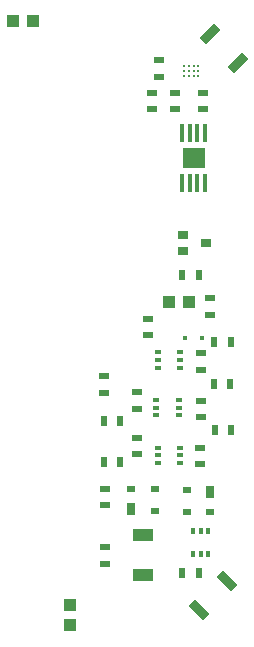
<source format=gtp>
%FSLAX25Y25*%
%MOIN*%
G70*
G01*
G75*
G04 Layer_Color=8421504*
%ADD10C,0.00866*%
%ADD11R,0.07087X0.03937*%
G04:AMPARAMS|DCode=12|XSize=31.5mil|YSize=66.93mil|CornerRadius=0mil|HoleSize=0mil|Usage=FLASHONLY|Rotation=45.000|XOffset=0mil|YOffset=0mil|HoleType=Round|Shape=Rectangle|*
%AMROTATEDRECTD12*
4,1,4,0.01253,-0.03480,-0.03480,0.01253,-0.01253,0.03480,0.03480,-0.01253,0.01253,-0.03480,0.0*
%
%ADD12ROTATEDRECTD12*%

%ADD13R,0.01654X0.02362*%
%ADD14R,0.03543X0.02756*%
%ADD15R,0.02756X0.02362*%
%ADD16R,0.02756X0.03937*%
%ADD17R,0.07402X0.06614*%
%ADD18O,0.01575X0.06299*%
%ADD19R,0.04331X0.03937*%
%ADD20R,0.01575X0.01575*%
%ADD21R,0.02362X0.01654*%
G04:AMPARAMS|DCode=22|XSize=31.5mil|YSize=66.93mil|CornerRadius=0mil|HoleSize=0mil|Usage=FLASHONLY|Rotation=135.000|XOffset=0mil|YOffset=0mil|HoleType=Round|Shape=Rectangle|*
%AMROTATEDRECTD22*
4,1,4,0.03480,0.01253,-0.01253,-0.03480,-0.03480,-0.01253,0.01253,0.03480,0.03480,0.01253,0.0*
%
%ADD22ROTATEDRECTD22*%

%ADD23R,0.03543X0.02362*%
%ADD24R,0.02362X0.03543*%
%ADD25R,0.03937X0.04331*%
%ADD26C,0.02000*%
%ADD27C,0.01200*%
%ADD28C,0.01000*%
%ADD29C,0.02500*%
%ADD30C,0.05000*%
%ADD31C,0.00800*%
%ADD32C,0.03000*%
%ADD33C,0.01500*%
%ADD34C,0.04200*%
%ADD35C,0.06000*%
%ADD36C,0.07874*%
%ADD37C,0.03937*%
%ADD38R,0.03937X0.03937*%
%ADD39C,0.02600*%
%ADD40C,0.03000*%
%ADD41C,0.02400*%
%ADD42C,0.03400*%
%ADD43C,0.05000*%
%ADD44C,0.04000*%
%ADD45C,0.04900*%
G04:AMPARAMS|DCode=46|XSize=65mil|YSize=65mil|CornerRadius=0mil|HoleSize=0mil|Usage=FLASHONLY|Rotation=0.000|XOffset=0mil|YOffset=0mil|HoleType=Round|Shape=Relief|Width=8mil|Gap=10mil|Entries=4|*
%AMTHD46*
7,0,0,0.06500,0.04500,0.00800,45*
%
%ADD46THD46*%
%ADD47C,0.06400*%
%ADD48C,0.08306*%
%ADD49C,0.04762*%
G04:AMPARAMS|DCode=50|XSize=63.622mil|YSize=63.622mil|CornerRadius=0mil|HoleSize=0mil|Usage=FLASHONLY|Rotation=0.000|XOffset=0mil|YOffset=0mil|HoleType=Round|Shape=Relief|Width=8mil|Gap=10mil|Entries=4|*
%AMTHD50*
7,0,0,0.06362,0.04362,0.00800,45*
%
%ADD50THD50*%
G04:AMPARAMS|DCode=51|XSize=80mil|YSize=80mil|CornerRadius=0mil|HoleSize=0mil|Usage=FLASHONLY|Rotation=0.000|XOffset=0mil|YOffset=0mil|HoleType=Round|Shape=Relief|Width=8mil|Gap=10mil|Entries=4|*
%AMTHD51*
7,0,0,0.08000,0.06000,0.00800,45*
%
%ADD51THD51*%
G04:AMPARAMS|DCode=52|XSize=50mil|YSize=50mil|CornerRadius=0mil|HoleSize=0mil|Usage=FLASHONLY|Rotation=0.000|XOffset=0mil|YOffset=0mil|HoleType=Round|Shape=Relief|Width=8mil|Gap=10mil|Entries=4|*
%AMTHD52*
7,0,0,0.05000,0.03000,0.00800,45*
%
%ADD52THD52*%
%ADD53C,0.04000*%
G04:AMPARAMS|DCode=54|XSize=56mil|YSize=56mil|CornerRadius=0mil|HoleSize=0mil|Usage=FLASHONLY|Rotation=0.000|XOffset=0mil|YOffset=0mil|HoleType=Round|Shape=Relief|Width=8mil|Gap=10mil|Entries=4|*
%AMTHD54*
7,0,0,0.05600,0.03600,0.00800,45*
%
%ADD54THD54*%
%ADD55C,0.03200*%
%ADD56C,0.04400*%
%ADD57C,0.05200*%
%ADD58R,0.03543X0.04724*%
%ADD59R,0.07087X0.03937*%
%ADD60R,0.01102X0.01969*%
%ADD61R,0.02362X0.05512*%
%ADD62R,0.02165X0.01181*%
%ADD63R,0.01969X0.03386*%
%ADD64R,0.02559X0.02559*%
%ADD65R,0.01882X0.01181*%
%ADD66R,0.01575X0.03622*%
%ADD67R,0.05118X0.00984*%
%ADD68O,0.05118X0.00984*%
%ADD69R,0.08661X0.07087*%
%ADD70R,0.09843X0.13780*%
%ADD71R,0.01181X0.03150*%
%ADD72R,0.03642X0.01181*%
%ADD73R,0.03422X0.01181*%
%ADD74C,0.00787*%
%ADD75R,0.20276X0.20276*%
%ADD76O,0.03347X0.01102*%
%ADD77O,0.01102X0.03347*%
%ADD78R,0.01102X0.03347*%
%ADD79R,0.03543X0.06299*%
%ADD80R,0.01969X0.02362*%
%ADD81R,0.02756X0.03543*%
%ADD82R,0.02362X0.01969*%
%ADD83R,0.01969X0.01102*%
%ADD84R,0.01575X0.01575*%
%ADD85C,0.00900*%
%ADD86C,0.00600*%
%ADD87P,0.02895X4X90.0*%
%ADD88C,0.00394*%
%ADD89C,0.00500*%
%ADD90C,0.00984*%
%ADD91C,0.00787*%
%ADD92C,0.00300*%
%ADD93C,0.00421*%
%ADD94C,0.00420*%
%ADD95C,0.00417*%
D10*
X315362Y186425D02*
D03*
X313787D02*
D03*
X312213D02*
D03*
X310638D02*
D03*
X315362Y188000D02*
D03*
X313787D02*
D03*
X312213D02*
D03*
X310638D02*
D03*
X315362Y189575D02*
D03*
X313787D02*
D03*
X312213D02*
D03*
X310638D02*
D03*
D11*
X296949Y33150D02*
D03*
Y19803D02*
D03*
D12*
X325008Y17823D02*
D03*
X315543Y8358D02*
D03*
D13*
X313583Y27022D02*
D03*
X316142D02*
D03*
X318701D02*
D03*
X313583Y34503D02*
D03*
X316142D02*
D03*
X318701D02*
D03*
D14*
X317873Y130610D02*
D03*
X310393Y128051D02*
D03*
Y133169D02*
D03*
D15*
X300937Y48622D02*
D03*
X293063D02*
D03*
X300937Y41142D02*
D03*
X311516Y40945D02*
D03*
X319390D02*
D03*
X311516Y48425D02*
D03*
D16*
X293063Y41929D02*
D03*
X319390Y47638D02*
D03*
D17*
X313787Y159000D02*
D03*
D18*
X317626Y167366D02*
D03*
X315067D02*
D03*
X312508D02*
D03*
X309949D02*
D03*
X317626Y150634D02*
D03*
X315067D02*
D03*
X312508D02*
D03*
X309949D02*
D03*
D19*
X312347Y110806D02*
D03*
X305654D02*
D03*
X260138Y204724D02*
D03*
X253445D02*
D03*
D20*
X316437Y98819D02*
D03*
X310925D02*
D03*
D21*
X309252Y89075D02*
D03*
Y91634D02*
D03*
Y94193D02*
D03*
X301772Y89075D02*
D03*
Y91634D02*
D03*
Y94193D02*
D03*
X308858Y73130D02*
D03*
Y75689D02*
D03*
Y78248D02*
D03*
X301378Y73130D02*
D03*
Y75689D02*
D03*
Y78248D02*
D03*
X309350Y57284D02*
D03*
Y59842D02*
D03*
Y62402D02*
D03*
X301870Y57284D02*
D03*
Y59842D02*
D03*
Y62402D02*
D03*
D22*
X328650Y190641D02*
D03*
X319185Y200107D02*
D03*
D23*
X307472Y180756D02*
D03*
Y175244D02*
D03*
X284350Y29256D02*
D03*
Y23744D02*
D03*
Y48622D02*
D03*
Y43110D02*
D03*
X294882Y65650D02*
D03*
Y60138D02*
D03*
Y75295D02*
D03*
Y80807D02*
D03*
X298483Y105315D02*
D03*
Y99803D02*
D03*
X283760Y80744D02*
D03*
Y86256D02*
D03*
X316043Y62303D02*
D03*
Y56791D02*
D03*
X316142Y72539D02*
D03*
Y78051D02*
D03*
Y93799D02*
D03*
Y88287D02*
D03*
X302362Y191535D02*
D03*
Y186024D02*
D03*
X300000Y180756D02*
D03*
Y175244D02*
D03*
X319390Y112256D02*
D03*
Y106744D02*
D03*
X317000Y180756D02*
D03*
Y175244D02*
D03*
D24*
X309941Y20669D02*
D03*
X315453D02*
D03*
X320768Y68209D02*
D03*
X326279D02*
D03*
X326075Y83760D02*
D03*
X320563D02*
D03*
X320744Y97500D02*
D03*
X326256D02*
D03*
X283760Y57480D02*
D03*
X289272D02*
D03*
X289272Y71260D02*
D03*
X283760D02*
D03*
X309947Y120000D02*
D03*
X315459D02*
D03*
D25*
X272638Y3248D02*
D03*
Y9941D02*
D03*
M02*

</source>
